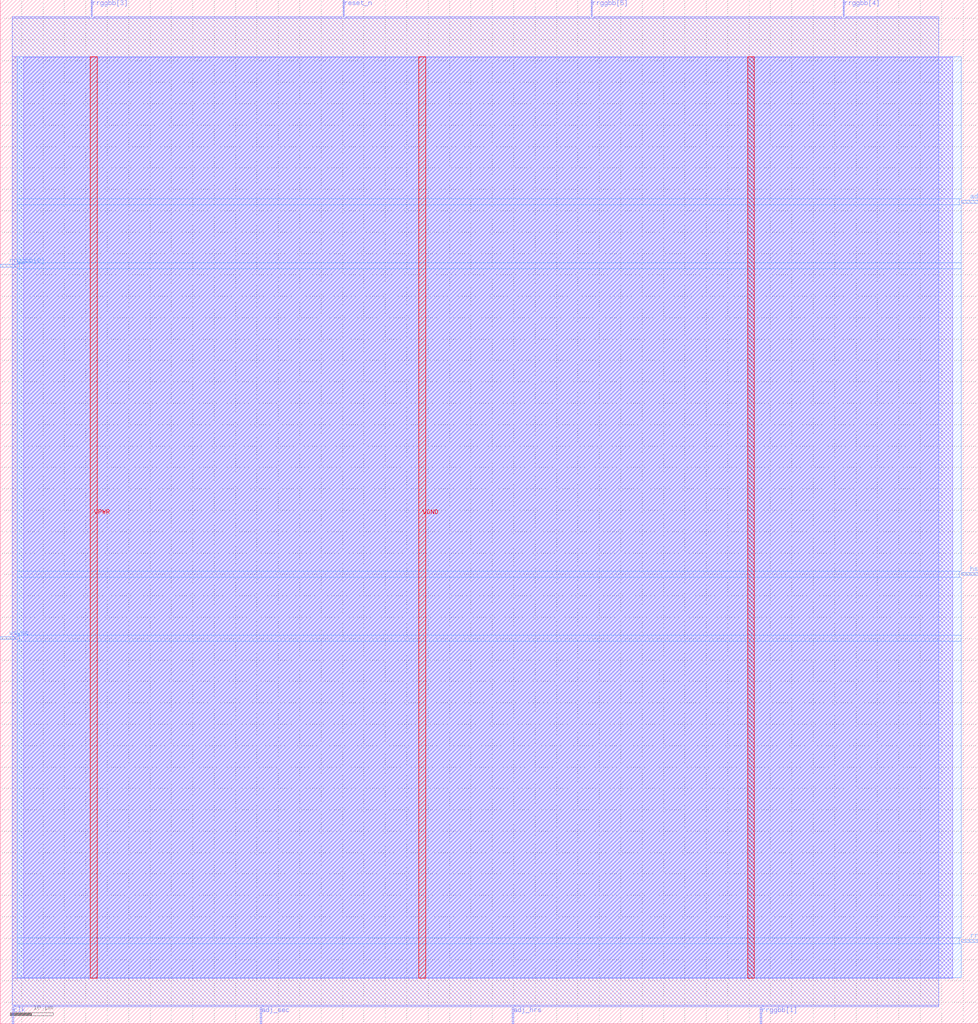
<source format=lef>
VERSION 5.7 ;
  NOWIREEXTENSIONATPIN ON ;
  DIVIDERCHAR "/" ;
  BUSBITCHARS "[]" ;
MACRO vga_clock
  CLASS BLOCK ;
  FOREIGN vga_clock ;
  ORIGIN 0.000 0.000 ;
  SIZE 228.550 BY 239.270 ;
  PIN adj_hrs
    DIRECTION INPUT ;
    PORT
      LAYER met2 ;
        RECT 119.690 0.000 119.970 4.000 ;
    END
  END adj_hrs
  PIN adj_min
    DIRECTION INPUT ;
    PORT
      LAYER met3 ;
        RECT 224.550 191.800 228.550 192.400 ;
    END
  END adj_min
  PIN adj_sec
    DIRECTION INPUT ;
    PORT
      LAYER met2 ;
        RECT 60.810 0.000 61.090 4.000 ;
    END
  END adj_sec
  PIN clk
    DIRECTION INPUT ;
    PORT
      LAYER met2 ;
        RECT 2.850 0.000 3.130 4.000 ;
    END
  END clk
  PIN hsync
    DIRECTION OUTPUT TRISTATE ;
    PORT
      LAYER met3 ;
        RECT 224.550 104.760 228.550 105.360 ;
    END
  END hsync
  PIN reset_n
    DIRECTION INPUT ;
    PORT
      LAYER met2 ;
        RECT 80.130 235.270 80.410 239.270 ;
    END
  END reset_n
  PIN rrggbb[0]
    DIRECTION OUTPUT TRISTATE ;
    PORT
      LAYER met3 ;
        RECT 0.000 176.840 4.000 177.440 ;
    END
  END rrggbb[0]
  PIN rrggbb[1]
    DIRECTION OUTPUT TRISTATE ;
    PORT
      LAYER met2 ;
        RECT 177.650 0.000 177.930 4.000 ;
    END
  END rrggbb[1]
  PIN rrggbb[2]
    DIRECTION OUTPUT TRISTATE ;
    PORT
      LAYER met3 ;
        RECT 224.550 19.080 228.550 19.680 ;
    END
  END rrggbb[2]
  PIN rrggbb[3]
    DIRECTION OUTPUT TRISTATE ;
    PORT
      LAYER met2 ;
        RECT 21.250 235.270 21.530 239.270 ;
    END
  END rrggbb[3]
  PIN rrggbb[4]
    DIRECTION OUTPUT TRISTATE ;
    PORT
      LAYER met2 ;
        RECT 196.970 235.270 197.250 239.270 ;
    END
  END rrggbb[4]
  PIN rrggbb[5]
    DIRECTION OUTPUT TRISTATE ;
    PORT
      LAYER met2 ;
        RECT 138.090 235.270 138.370 239.270 ;
    END
  END rrggbb[5]
  PIN vsync
    DIRECTION OUTPUT TRISTATE ;
    PORT
      LAYER met3 ;
        RECT 0.000 89.800 4.000 90.400 ;
    END
  END vsync
  PIN VPWR
    DIRECTION INPUT ;
    USE POWER ;
    PORT
      LAYER met4 ;
        RECT 21.040 10.640 22.640 226.000 ;
    END
  END VPWR
  PIN VGND
    DIRECTION INPUT ;
    USE GROUND ;
    PORT
      LAYER met4 ;
        RECT 97.840 10.640 99.440 226.000 ;
    END
  END VGND
  OBS
      LAYER li1 ;
        RECT 5.520 10.795 222.640 225.845 ;
      LAYER met1 ;
        RECT 2.830 10.640 222.640 226.000 ;
      LAYER met2 ;
        RECT 2.860 234.990 20.970 235.270 ;
        RECT 21.810 234.990 79.850 235.270 ;
        RECT 80.690 234.990 137.810 235.270 ;
        RECT 138.650 234.990 196.690 235.270 ;
        RECT 197.530 234.990 219.320 235.270 ;
        RECT 2.860 4.280 219.320 234.990 ;
        RECT 3.410 4.000 60.530 4.280 ;
        RECT 61.370 4.000 119.410 4.280 ;
        RECT 120.250 4.000 177.370 4.280 ;
        RECT 178.210 4.000 219.320 4.280 ;
      LAYER met3 ;
        RECT 4.000 192.800 224.550 225.925 ;
        RECT 4.000 191.400 224.150 192.800 ;
        RECT 4.000 177.840 224.550 191.400 ;
        RECT 4.400 176.440 224.550 177.840 ;
        RECT 4.000 105.760 224.550 176.440 ;
        RECT 4.000 104.360 224.150 105.760 ;
        RECT 4.000 90.800 224.550 104.360 ;
        RECT 4.400 89.400 224.550 90.800 ;
        RECT 4.000 20.080 224.550 89.400 ;
        RECT 4.000 18.680 224.150 20.080 ;
        RECT 4.000 10.715 224.550 18.680 ;
      LAYER met4 ;
        RECT 174.640 10.640 176.240 226.000 ;
  END
END vga_clock
END LIBRARY


</source>
